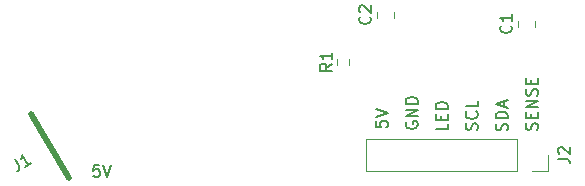
<source format=gbr>
%TF.GenerationSoftware,KiCad,Pcbnew,(6.0.2)*%
%TF.CreationDate,2022-06-07T19:59:31+02:00*%
%TF.ProjectId,cup_connect,6375705f-636f-46e6-9e65-63742e6b6963,rev?*%
%TF.SameCoordinates,Original*%
%TF.FileFunction,Legend,Top*%
%TF.FilePolarity,Positive*%
%FSLAX46Y46*%
G04 Gerber Fmt 4.6, Leading zero omitted, Abs format (unit mm)*
G04 Created by KiCad (PCBNEW (6.0.2)) date 2022-06-07 19:59:31*
%MOMM*%
%LPD*%
G01*
G04 APERTURE LIST*
%ADD10C,0.150000*%
%ADD11C,0.200000*%
%ADD12C,0.120000*%
%ADD13C,0.520000*%
G04 APERTURE END LIST*
D10*
X-30314876Y-24979380D02*
X-30791066Y-24979380D01*
X-30838685Y-25455571D01*
X-30791066Y-25407952D01*
X-30695828Y-25360333D01*
X-30457733Y-25360333D01*
X-30362495Y-25407952D01*
X-30314876Y-25455571D01*
X-30267257Y-25550809D01*
X-30267257Y-25788904D01*
X-30314876Y-25884142D01*
X-30362495Y-25931761D01*
X-30457733Y-25979380D01*
X-30695828Y-25979380D01*
X-30791066Y-25931761D01*
X-30838685Y-25884142D01*
X-29981542Y-24979380D02*
X-29648209Y-25979380D01*
X-29314876Y-24979380D01*
D11*
X-817619Y-21470857D02*
X-817619Y-21947047D01*
X-1817619Y-21947047D01*
X-1341428Y-21137523D02*
X-1341428Y-20804190D01*
X-817619Y-20661333D02*
X-817619Y-21137523D01*
X-1817619Y-21137523D01*
X-1817619Y-20661333D01*
X-817619Y-20232761D02*
X-1817619Y-20232761D01*
X-1817619Y-19994666D01*
X-1770000Y-19851809D01*
X-1674761Y-19756571D01*
X-1579523Y-19708952D01*
X-1389047Y-19661333D01*
X-1246190Y-19661333D01*
X-1055714Y-19708952D01*
X-960476Y-19756571D01*
X-865238Y-19851809D01*
X-817619Y-19994666D01*
X-817619Y-20232761D01*
X1674761Y-22018476D02*
X1722380Y-21875619D01*
X1722380Y-21637523D01*
X1674761Y-21542285D01*
X1627142Y-21494666D01*
X1531904Y-21447047D01*
X1436666Y-21447047D01*
X1341428Y-21494666D01*
X1293809Y-21542285D01*
X1246190Y-21637523D01*
X1198571Y-21828000D01*
X1150952Y-21923238D01*
X1103333Y-21970857D01*
X1008095Y-22018476D01*
X912857Y-22018476D01*
X817619Y-21970857D01*
X770000Y-21923238D01*
X722380Y-21828000D01*
X722380Y-21589904D01*
X770000Y-21447047D01*
X1627142Y-20447047D02*
X1674761Y-20494666D01*
X1722380Y-20637523D01*
X1722380Y-20732761D01*
X1674761Y-20875619D01*
X1579523Y-20970857D01*
X1484285Y-21018476D01*
X1293809Y-21066095D01*
X1150952Y-21066095D01*
X960476Y-21018476D01*
X865238Y-20970857D01*
X770000Y-20875619D01*
X722380Y-20732761D01*
X722380Y-20637523D01*
X770000Y-20494666D01*
X817619Y-20447047D01*
X1722380Y-19542285D02*
X1722380Y-20018476D01*
X722380Y-20018476D01*
X6754761Y-22002476D02*
X6802380Y-21859619D01*
X6802380Y-21621523D01*
X6754761Y-21526285D01*
X6707142Y-21478666D01*
X6611904Y-21431047D01*
X6516666Y-21431047D01*
X6421428Y-21478666D01*
X6373809Y-21526285D01*
X6326190Y-21621523D01*
X6278571Y-21812000D01*
X6230952Y-21907238D01*
X6183333Y-21954857D01*
X6088095Y-22002476D01*
X5992857Y-22002476D01*
X5897619Y-21954857D01*
X5850000Y-21907238D01*
X5802380Y-21812000D01*
X5802380Y-21573904D01*
X5850000Y-21431047D01*
X6278571Y-21002476D02*
X6278571Y-20669142D01*
X6802380Y-20526285D02*
X6802380Y-21002476D01*
X5802380Y-21002476D01*
X5802380Y-20526285D01*
X6802380Y-20097714D02*
X5802380Y-20097714D01*
X6802380Y-19526285D01*
X5802380Y-19526285D01*
X6754761Y-19097714D02*
X6802380Y-18954857D01*
X6802380Y-18716761D01*
X6754761Y-18621523D01*
X6707142Y-18573904D01*
X6611904Y-18526285D01*
X6516666Y-18526285D01*
X6421428Y-18573904D01*
X6373809Y-18621523D01*
X6326190Y-18716761D01*
X6278571Y-18907238D01*
X6230952Y-19002476D01*
X6183333Y-19050095D01*
X6088095Y-19097714D01*
X5992857Y-19097714D01*
X5897619Y-19050095D01*
X5850000Y-19002476D01*
X5802380Y-18907238D01*
X5802380Y-18669142D01*
X5850000Y-18526285D01*
X6278571Y-18097714D02*
X6278571Y-17764380D01*
X6802380Y-17621523D02*
X6802380Y-18097714D01*
X5802380Y-18097714D01*
X5802380Y-17621523D01*
X-6897619Y-21272476D02*
X-6897619Y-21748666D01*
X-6421428Y-21796285D01*
X-6469047Y-21748666D01*
X-6516666Y-21653428D01*
X-6516666Y-21415333D01*
X-6469047Y-21320095D01*
X-6421428Y-21272476D01*
X-6326190Y-21224857D01*
X-6088095Y-21224857D01*
X-5992857Y-21272476D01*
X-5945238Y-21320095D01*
X-5897619Y-21415333D01*
X-5897619Y-21653428D01*
X-5945238Y-21748666D01*
X-5992857Y-21796285D01*
X-6897619Y-20939142D02*
X-5897619Y-20605809D01*
X-6897619Y-20272476D01*
X-4310000Y-21335904D02*
X-4357619Y-21431142D01*
X-4357619Y-21574000D01*
X-4310000Y-21716857D01*
X-4214761Y-21812095D01*
X-4119523Y-21859714D01*
X-3929047Y-21907333D01*
X-3786190Y-21907333D01*
X-3595714Y-21859714D01*
X-3500476Y-21812095D01*
X-3405238Y-21716857D01*
X-3357619Y-21574000D01*
X-3357619Y-21478761D01*
X-3405238Y-21335904D01*
X-3452857Y-21288285D01*
X-3786190Y-21288285D01*
X-3786190Y-21478761D01*
X-3357619Y-20859714D02*
X-4357619Y-20859714D01*
X-3357619Y-20288285D01*
X-4357619Y-20288285D01*
X-3357619Y-19812095D02*
X-4357619Y-19812095D01*
X-4357619Y-19574000D01*
X-4310000Y-19431142D01*
X-4214761Y-19335904D01*
X-4119523Y-19288285D01*
X-3929047Y-19240666D01*
X-3786190Y-19240666D01*
X-3595714Y-19288285D01*
X-3500476Y-19335904D01*
X-3405238Y-19431142D01*
X-3357619Y-19574000D01*
X-3357619Y-19812095D01*
X4214761Y-22042285D02*
X4262380Y-21899428D01*
X4262380Y-21661333D01*
X4214761Y-21566095D01*
X4167142Y-21518476D01*
X4071904Y-21470857D01*
X3976666Y-21470857D01*
X3881428Y-21518476D01*
X3833809Y-21566095D01*
X3786190Y-21661333D01*
X3738571Y-21851809D01*
X3690952Y-21947047D01*
X3643333Y-21994666D01*
X3548095Y-22042285D01*
X3452857Y-22042285D01*
X3357619Y-21994666D01*
X3310000Y-21947047D01*
X3262380Y-21851809D01*
X3262380Y-21613714D01*
X3310000Y-21470857D01*
X4262380Y-21042285D02*
X3262380Y-21042285D01*
X3262380Y-20804190D01*
X3310000Y-20661333D01*
X3405238Y-20566095D01*
X3500476Y-20518476D01*
X3690952Y-20470857D01*
X3833809Y-20470857D01*
X4024285Y-20518476D01*
X4119523Y-20566095D01*
X4214761Y-20661333D01*
X4262380Y-20804190D01*
X4262380Y-21042285D01*
X3976666Y-20089904D02*
X3976666Y-19613714D01*
X4262380Y-20185142D02*
X3262380Y-19851809D01*
X4262380Y-19518476D01*
D10*
%TO.C,C2*%
X-7418857Y-12424666D02*
X-7371238Y-12472285D01*
X-7323619Y-12615142D01*
X-7323619Y-12710380D01*
X-7371238Y-12853238D01*
X-7466476Y-12948476D01*
X-7561714Y-12996095D01*
X-7752190Y-13043714D01*
X-7895047Y-13043714D01*
X-8085523Y-12996095D01*
X-8180761Y-12948476D01*
X-8276000Y-12853238D01*
X-8323619Y-12710380D01*
X-8323619Y-12615142D01*
X-8276000Y-12472285D01*
X-8228380Y-12424666D01*
X-8228380Y-12043714D02*
X-8276000Y-11996095D01*
X-8323619Y-11900857D01*
X-8323619Y-11662761D01*
X-8276000Y-11567523D01*
X-8228380Y-11519904D01*
X-8133142Y-11472285D01*
X-8037904Y-11472285D01*
X-7895047Y-11519904D01*
X-7323619Y-12091333D01*
X-7323619Y-11472285D01*
%TO.C,C1*%
X4519142Y-13186666D02*
X4566761Y-13234285D01*
X4614380Y-13377142D01*
X4614380Y-13472380D01*
X4566761Y-13615238D01*
X4471523Y-13710476D01*
X4376285Y-13758095D01*
X4185809Y-13805714D01*
X4042952Y-13805714D01*
X3852476Y-13758095D01*
X3757238Y-13710476D01*
X3662000Y-13615238D01*
X3614380Y-13472380D01*
X3614380Y-13377142D01*
X3662000Y-13234285D01*
X3709619Y-13186666D01*
X4614380Y-12234285D02*
X4614380Y-12805714D01*
X4614380Y-12520000D02*
X3614380Y-12520000D01*
X3757238Y-12615238D01*
X3852476Y-12710476D01*
X3900095Y-12805714D01*
%TO.C,J2*%
X8547380Y-24463333D02*
X9261666Y-24463333D01*
X9404523Y-24510952D01*
X9499761Y-24606190D01*
X9547380Y-24749047D01*
X9547380Y-24844285D01*
X8642619Y-24034761D02*
X8595000Y-23987142D01*
X8547380Y-23891904D01*
X8547380Y-23653809D01*
X8595000Y-23558571D01*
X8642619Y-23510952D01*
X8737857Y-23463333D01*
X8833095Y-23463333D01*
X8975952Y-23510952D01*
X9547380Y-24082380D01*
X9547380Y-23463333D01*
%TO.C,R1*%
X-10629619Y-16422666D02*
X-11105809Y-16756000D01*
X-10629619Y-16994095D02*
X-11629619Y-16994095D01*
X-11629619Y-16613142D01*
X-11582000Y-16517904D01*
X-11534380Y-16470285D01*
X-11439142Y-16422666D01*
X-11296285Y-16422666D01*
X-11201047Y-16470285D01*
X-11153428Y-16517904D01*
X-11105809Y-16613142D01*
X-11105809Y-16994095D01*
X-10629619Y-15470285D02*
X-10629619Y-16041714D01*
X-10629619Y-15756000D02*
X-11629619Y-15756000D01*
X-11486761Y-15851238D01*
X-11391523Y-15946476D01*
X-11343904Y-16041714D01*
%TO.C,J1*%
X-37460515Y-24471150D02*
X-37103372Y-25089740D01*
X-37073183Y-25237267D01*
X-37108043Y-25367365D01*
X-37207951Y-25480033D01*
X-37290430Y-25527652D01*
X-36094490Y-24837176D02*
X-36589361Y-25122890D01*
X-36341926Y-24980033D02*
X-36841926Y-24114007D01*
X-36852976Y-24285344D01*
X-36887835Y-24415442D01*
X-36946504Y-24504300D01*
D12*
%TO.C,C2*%
X-5361000Y-12519252D02*
X-5361000Y-11996748D01*
X-6831000Y-12519252D02*
X-6831000Y-11996748D01*
%TO.C,C1*%
X6577000Y-13281252D02*
X6577000Y-12758748D01*
X5107000Y-13281252D02*
X5107000Y-12758748D01*
%TO.C,J2*%
X-7705000Y-22800000D02*
X-7705000Y-25460000D01*
X5055000Y-22800000D02*
X-7705000Y-22800000D01*
X7655000Y-25460000D02*
X6325000Y-25460000D01*
X5055000Y-25460000D02*
X-7705000Y-25460000D01*
X5055000Y-22800000D02*
X5055000Y-25460000D01*
X7655000Y-24130000D02*
X7655000Y-25460000D01*
%TO.C,R1*%
X-9129500Y-16493258D02*
X-9129500Y-16018742D01*
X-10174500Y-16493258D02*
X-10174500Y-16018742D01*
D13*
%TO.C,J1*%
X-32895856Y-26122707D02*
X-36070856Y-20623445D01*
%TD*%
M02*

</source>
